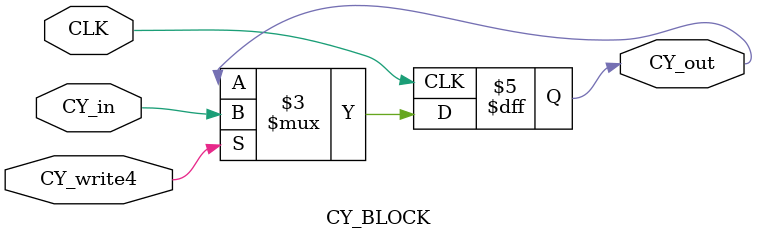
<source format=v>

module CY_BLOCK(
    input CLK,
    input CY_in,
    input CY_write4,
    output reg CY_out
);

always @(posedge CLK) begin
    if(CY_write4)
        CY_out <= CY_in;
    else
        CY_out <= CY_out;
end
endmodule

</source>
